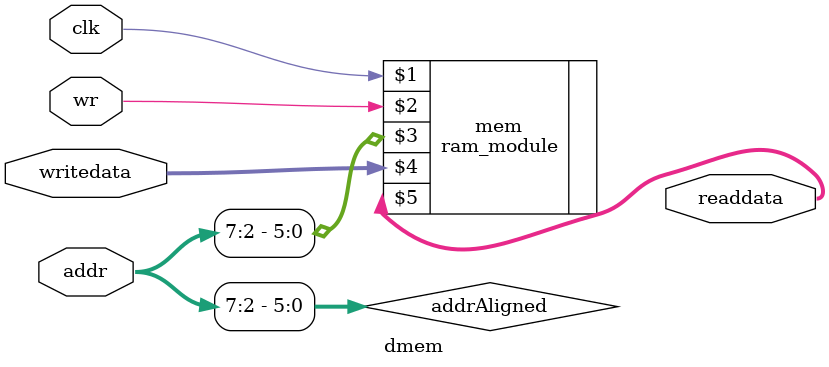
<source format=sv>
`timescale 1ns / 1ps
`default_nettype none


module dmem #(
    parameter Nloc = 64,
    parameter Dbits = 32,
    parameter initfile = "mem_data.mem"
    ) (
    input wire clk,
    input wire wr,
    input wire [Dbits-1:0] addr,
    input wire [Dbits-1:0] writedata,
    output wire [Dbits-1:0] readdata
    );
    
    wire [$clog2(Nloc)-1:0] addrAligned = addr >> 2;
    ram_module #(Nloc, Dbits, initfile) mem(clk, wr, addrAligned, writedata, readdata);
endmodule

</source>
